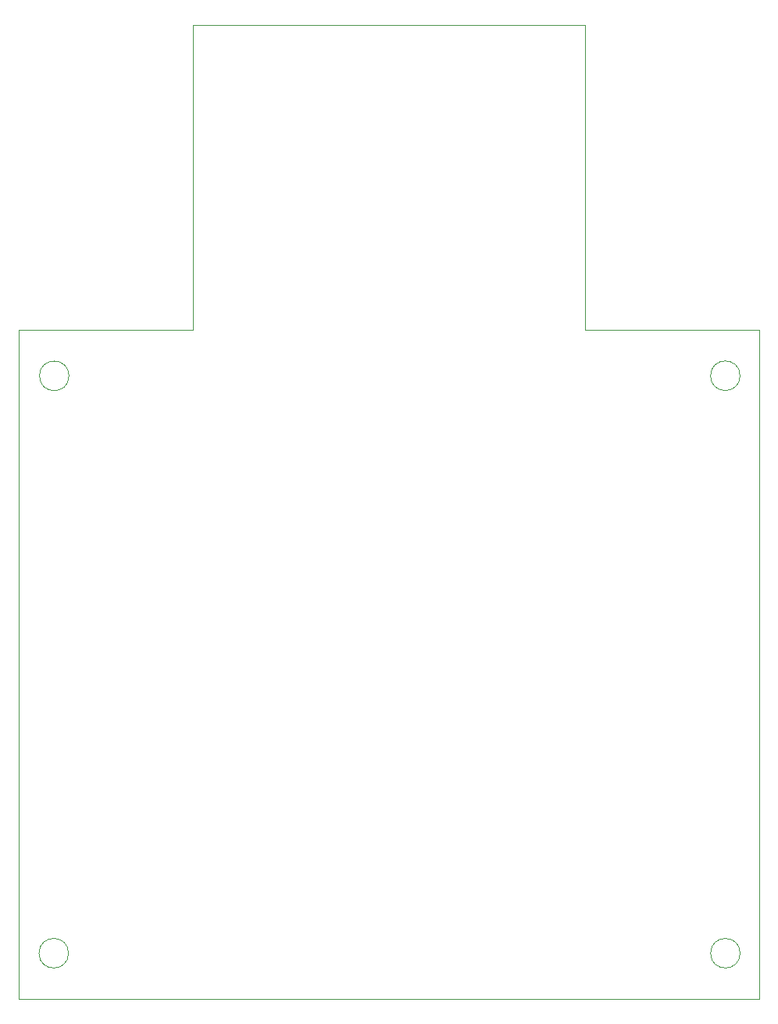
<source format=gbr>
%TF.GenerationSoftware,KiCad,Pcbnew,(5.1.12)-1*%
%TF.CreationDate,2022-04-29T07:44:41-07:00*%
%TF.ProjectId,Conductivity_Sensor_V1,436f6e64-7563-4746-9976-6974795f5365,rev?*%
%TF.SameCoordinates,Original*%
%TF.FileFunction,Profile,NP*%
%FSLAX46Y46*%
G04 Gerber Fmt 4.6, Leading zero omitted, Abs format (unit mm)*
G04 Created by KiCad (PCBNEW (5.1.12)-1) date 2022-04-29 07:44:41*
%MOMM*%
%LPD*%
G01*
G04 APERTURE LIST*
%TA.AperFunction,Profile*%
%ADD10C,0.050000*%
%TD*%
%TA.AperFunction,Profile*%
%ADD11C,0.100000*%
%TD*%
G04 APERTURE END LIST*
D10*
X28676400Y-240639600D02*
G75*
G03*
X28676400Y-240639600I-1600000J0D01*
G01*
X-44120000Y-240639600D02*
G75*
G03*
X-44120000Y-240639600I-1600000J0D01*
G01*
X-44069200Y-178104800D02*
G75*
G03*
X-44069200Y-178104800I-1600000J0D01*
G01*
X28670000Y-178091400D02*
G75*
G03*
X28670000Y-178091400I-1600000J0D01*
G01*
D11*
X-30611635Y-150083274D02*
X-30611635Y-140083274D01*
X-30611635Y-173092324D02*
X-30611635Y-150083274D01*
X-49485328Y-173092324D02*
X-30611635Y-173092324D01*
X-49485328Y-245615826D02*
X-49485328Y-173092324D01*
X30777681Y-245615826D02*
X-49485328Y-245615826D01*
X30777681Y-173092324D02*
X30777681Y-245615826D01*
X11903987Y-173092324D02*
X30777681Y-173092324D01*
X11903987Y-150083274D02*
X11903987Y-173092324D01*
X11903987Y-140083274D02*
X11903987Y-150083274D01*
X-30611635Y-140083274D02*
X11903987Y-140083274D01*
M02*

</source>
